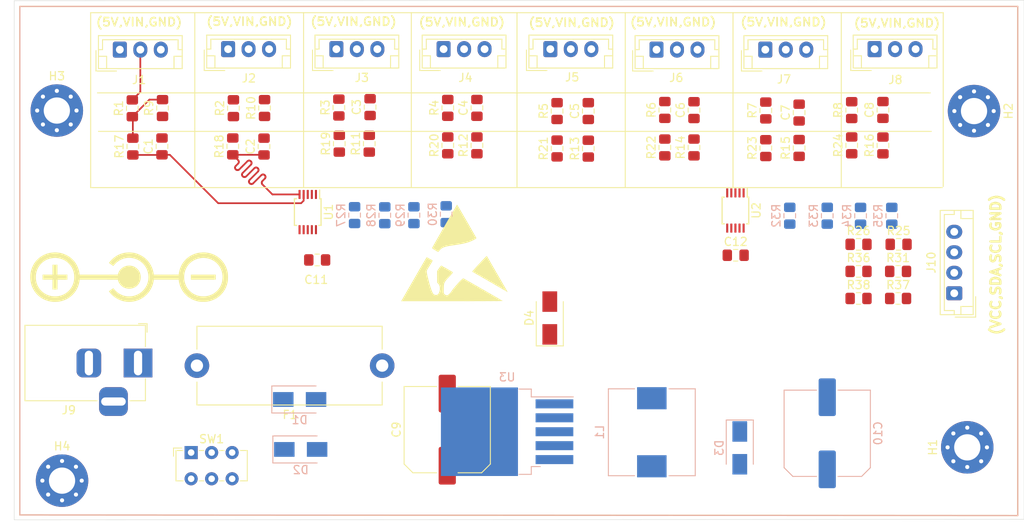
<source format=kicad_pcb>
(kicad_pcb (version 20171130) (host pcbnew "(5.1.2)-2")
  (layers (0 F.Cu signal) (31 B.Cu signal) (34 B.Paste user) (35 F.Paste user) (36 B.SilkS user) (37 F.SilkS user) (38 B.Mask user) (39 F.Mask user) (44 Edge.Cuts user))
  (net 0 "")
  (net 1 GND)
  (net 2 A0)
  (net 3 A1)
  (net 4 A2)
  (net 5 A3)
  (net 6 "Net-(C9-Pad1)")
  (net 7 VCC)
  (net 8 "Net-(D1-Pad2)")
  (net 9 "Net-(D1-Pad1)")
  (net 10 "Net-(D2-Pad2)")
  (net 11 "Net-(F1-Pad1)")
  (net 12 SCL)
  (net 13 SDA)
  (net 14 "Net-(L1-Pad1)")
  (net 15 "Net-(R1-Pad1)")
  (net 16 "Net-(R10-Pad2)")
  (net 17 "Net-(R11-Pad2)")
  (net 18 "Net-(R12-Pad2)")
  (net 19 "Net-(R13-Pad2)")
  (net 20 "Net-(R14-Pad2)")
  (net 21 "Net-(R15-Pad2)")
  (net 22 "Net-(R16-Pad2)")
  (net 23 address)
  (net 24 address1)
  (net 25 "Net-(R37-Pad1)")
  (net 26 "Net-(R38-Pad1)")
  (net 27 "Net-(SW1-Pad6)")
  (net 28 "Net-(SW1-Pad3)")
  (net 29 "Net-(C10-Pad1)")
  (net 30 A4)
  (net 31 A5)
  (net 32 A6)
  (net 33 A7)
  (net 34 "Net-(J1-Pad2)")
  (net 35 "Net-(J2-Pad2)")
  (net 36 "Net-(J3-Pad2)")
  (net 37 "Net-(J4-Pad2)")
  (net 38 "Net-(J5-Pad2)")
  (net 39 "Net-(J6-Pad2)")
  (net 40 "Net-(J7-Pad2)")
  (net 41 "Net-(J8-Pad2)")
  (module Symbol:Polarity_Center_Positive_6mm_SilkScreen (layer F.Cu) (at 108.3945 60.3885 180)
    (fp_text reference REF** hide)
    (fp_text value Polarity_Center_Positive_6mm_SilkScreen hide)
  )
  (module Symbol:ESD-Logo_13.2x12mm_SilkScreen (layer F.Cu) (at 148.082 57.404)
    (fp_text reference REF** hide)
    (fp_text value ESD-Logo_13.2x12mm_SilkScreen hide)
  )
  (module Fuse:Fuseholder_Cylinder-5x20mm_Stelvio-Kontek_PTF78_Horizontal_Open (layer F.Cu) (at 139.2555 71.1835 180)
    (fp_text reference F1 (at 11.25 -6) (layer F.SilkS))
    (fp_text value Fuse)
    (pad 2 thru_hole circle (at 22.6 0 180) (size 3 3) (drill 1.5) (layers *.Cu *.Mask) (net 8 "Net-(D1-Pad2)"))
    (pad 1 thru_hole circle (at 0 0 180) (size 3 3) (drill 1.5) (layers *.Cu *.Mask) (net 11 "Net-(F1-Pad1)"))
  )
  (module Connector_JST:JST_EH_B3B-EH-A_1x03_P2.50mm_Vertical (layer F.Cu) (at 199.3265 32.5755)
    (fp_text reference J8 (at 2.54 3.7465) (layer F.SilkS))
    (fp_text value Conn_01x03)
    (pad 3 thru_hole oval (at 5 0) (size 1.7 1.95) (drill 0.95) (layers *.Cu *.Mask) (net 1 GND))
    (pad 2 thru_hole oval (at 2.5 0) (size 1.7 1.95) (drill 0.95) (layers *.Cu *.Mask) (net 41 "Net-(J8-Pad2)"))
    (pad 1 thru_hole roundrect (at 0 0) (size 1.7 1.95) (drill 0.95) (layers *.Cu *.Mask) (roundrect_rratio 0.147059) (net 7 VCC))
  )
  (module Connector_JST:JST_EH_B3B-EH-A_1x03_P2.50mm_Vertical (layer F.Cu) (at 185.9915 32.639)
    (fp_text reference J7 (at 2.286 3.6195) (layer F.SilkS))
    (fp_text value Conn_01x03)
    (pad 3 thru_hole oval (at 5 0) (size 1.7 1.95) (drill 0.95) (layers *.Cu *.Mask) (net 1 GND))
    (pad 2 thru_hole oval (at 2.5 0) (size 1.7 1.95) (drill 0.95) (layers *.Cu *.Mask) (net 40 "Net-(J7-Pad2)"))
    (pad 1 thru_hole roundrect (at 0 0) (size 1.7 1.95) (drill 0.95) (layers *.Cu *.Mask) (roundrect_rratio 0.147059) (net 7 VCC))
  )
  (module Connector_JST:JST_EH_B3B-EH-A_1x03_P2.50mm_Vertical (layer F.Cu) (at 172.72 32.639)
    (fp_text reference J6 (at 2.413 3.429) (layer F.SilkS))
    (fp_text value Conn_01x03)
    (pad 3 thru_hole oval (at 5 0) (size 1.7 1.95) (drill 0.95) (layers *.Cu *.Mask) (net 1 GND))
    (pad 2 thru_hole oval (at 2.5 0) (size 1.7 1.95) (drill 0.95) (layers *.Cu *.Mask) (net 39 "Net-(J6-Pad2)"))
    (pad 1 thru_hole roundrect (at 0 0) (size 1.7 1.95) (drill 0.95) (layers *.Cu *.Mask) (roundrect_rratio 0.147059) (net 7 VCC))
  )
  (module Connector_JST:JST_EH_B3B-EH-A_1x03_P2.50mm_Vertical (layer F.Cu) (at 159.766 32.5755)
    (fp_text reference J5 (at 2.667 3.429) (layer F.SilkS))
    (fp_text value Conn_01x03)
    (pad 3 thru_hole oval (at 5 0) (size 1.7 1.95) (drill 0.95) (layers *.Cu *.Mask) (net 1 GND))
    (pad 2 thru_hole oval (at 2.5 0) (size 1.7 1.95) (drill 0.95) (layers *.Cu *.Mask) (net 38 "Net-(J5-Pad2)"))
    (pad 1 thru_hole roundrect (at 0 0) (size 1.7 1.95) (drill 0.95) (layers *.Cu *.Mask) (roundrect_rratio 0.147059) (net 7 VCC))
  )
  (module Connector_JST:JST_EH_B3B-EH-A_1x03_P2.50mm_Vertical (layer F.Cu) (at 146.7485 32.5755)
    (fp_text reference J4 (at 2.667 3.4925) (layer F.SilkS))
    (fp_text value Conn_01x03)
    (pad 3 thru_hole oval (at 5 0) (size 1.7 1.95) (drill 0.95) (layers *.Cu *.Mask) (net 1 GND))
    (pad 2 thru_hole oval (at 2.5 0) (size 1.7 1.95) (drill 0.95) (layers *.Cu *.Mask) (net 37 "Net-(J4-Pad2)"))
    (pad 1 thru_hole roundrect (at 0 0) (size 1.7 1.95) (drill 0.95) (layers *.Cu *.Mask) (roundrect_rratio 0.147059) (net 7 VCC))
  )
  (module Connector_JST:JST_EH_B3B-EH-A_1x03_P2.50mm_Vertical (layer F.Cu) (at 133.6675 32.5755)
    (fp_text reference J3 (at 3.1115 3.4925) (layer F.SilkS))
    (fp_text value Conn_01x03)
    (pad 3 thru_hole oval (at 5 0) (size 1.7 1.95) (drill 0.95) (layers *.Cu *.Mask) (net 1 GND))
    (pad 2 thru_hole oval (at 2.5 0) (size 1.7 1.95) (drill 0.95) (layers *.Cu *.Mask) (net 36 "Net-(J3-Pad2)"))
    (pad 1 thru_hole roundrect (at 0 0) (size 1.7 1.95) (drill 0.95) (layers *.Cu *.Mask) (roundrect_rratio 0.147059) (net 7 VCC))
  )
  (module Connector_JST:JST_EH_B3B-EH-A_1x03_P2.50mm_Vertical (layer F.Cu) (at 120.4595 32.5755)
    (fp_text reference J2 (at 2.54 3.556) (layer F.SilkS))
    (fp_text value Conn_01x03)
    (pad 3 thru_hole oval (at 5 0) (size 1.7 1.95) (drill 0.95) (layers *.Cu *.Mask) (net 1 GND))
    (pad 2 thru_hole oval (at 2.5 0) (size 1.7 1.95) (drill 0.95) (layers *.Cu *.Mask) (net 35 "Net-(J2-Pad2)"))
    (pad 1 thru_hole roundrect (at 0 0) (size 1.7 1.95) (drill 0.95) (layers *.Cu *.Mask) (roundrect_rratio 0.147059) (net 7 VCC))
  )
  (module Connector_JST:JST_EH_B3B-EH-A_1x03_P2.50mm_Vertical (layer F.Cu) (at 107.2515 32.639)
    (fp_text reference J1 (at 2.3495 3.683) (layer F.SilkS))
    (fp_text value Conn_01x03)
    (pad 3 thru_hole oval (at 5 0) (size 1.7 1.95) (drill 0.95) (layers *.Cu *.Mask) (net 1 GND))
    (pad 2 thru_hole oval (at 2.5 0) (size 1.7 1.95) (drill 0.95) (layers *.Cu *.Mask) (net 34 "Net-(J1-Pad2)"))
    (pad 1 thru_hole roundrect (at 0 0) (size 1.7 1.95) (drill 0.95) (layers *.Cu *.Mask) (roundrect_rratio 0.147059) (net 7 VCC))
  )
  (module MountingHole:MountingHole_3.2mm_M3_Pad_Via (layer F.Cu) (at 100.203 85.217)
    (fp_text reference H4 (at 0 -4.2) (layer F.SilkS))
    (fp_text value MountingHole_Pad)
    (pad 1 thru_hole circle (at 1.697056 -1.697056) (size 0.8 0.8) (drill 0.5) (layers *.Cu *.Mask) (net 1 GND))
    (pad 1 thru_hole circle (at 0 -2.4) (size 0.8 0.8) (drill 0.5) (layers *.Cu *.Mask) (net 1 GND))
    (pad 1 thru_hole circle (at -1.697056 -1.697056) (size 0.8 0.8) (drill 0.5) (layers *.Cu *.Mask) (net 1 GND))
    (pad 1 thru_hole circle (at -2.4 0) (size 0.8 0.8) (drill 0.5) (layers *.Cu *.Mask) (net 1 GND))
    (pad 1 thru_hole circle (at -1.697056 1.697056) (size 0.8 0.8) (drill 0.5) (layers *.Cu *.Mask) (net 1 GND))
    (pad 1 thru_hole circle (at 0 2.4) (size 0.8 0.8) (drill 0.5) (layers *.Cu *.Mask) (net 1 GND))
    (pad 1 thru_hole circle (at 1.697056 1.697056) (size 0.8 0.8) (drill 0.5) (layers *.Cu *.Mask) (net 1 GND))
    (pad 1 thru_hole circle (at 2.4 0) (size 0.8 0.8) (drill 0.5) (layers *.Cu *.Mask) (net 1 GND))
    (pad 1 thru_hole circle (at 0 0) (size 6.4 6.4) (drill 3.2) (layers *.Cu *.Mask) (net 1 GND))
  )
  (module MountingHole:MountingHole_3.2mm_M3_Pad_Via (layer F.Cu) (at 99.568 40.0685)
    (fp_text reference H3 (at 0 -4.2) (layer F.SilkS))
    (fp_text value MountingHole_Pad)
    (pad 1 thru_hole circle (at 1.697056 -1.697056) (size 0.8 0.8) (drill 0.5) (layers *.Cu *.Mask) (net 1 GND))
    (pad 1 thru_hole circle (at 0 -2.4) (size 0.8 0.8) (drill 0.5) (layers *.Cu *.Mask) (net 1 GND))
    (pad 1 thru_hole circle (at -1.697056 -1.697056) (size 0.8 0.8) (drill 0.5) (layers *.Cu *.Mask) (net 1 GND))
    (pad 1 thru_hole circle (at -2.4 0) (size 0.8 0.8) (drill 0.5) (layers *.Cu *.Mask) (net 1 GND))
    (pad 1 thru_hole circle (at -1.697056 1.697056) (size 0.8 0.8) (drill 0.5) (layers *.Cu *.Mask) (net 1 GND))
    (pad 1 thru_hole circle (at 0 2.4) (size 0.8 0.8) (drill 0.5) (layers *.Cu *.Mask) (net 1 GND))
    (pad 1 thru_hole circle (at 1.697056 1.697056) (size 0.8 0.8) (drill 0.5) (layers *.Cu *.Mask) (net 1 GND))
    (pad 1 thru_hole circle (at 2.4 0) (size 0.8 0.8) (drill 0.5) (layers *.Cu *.Mask) (net 1 GND))
    (pad 1 thru_hole circle (at 0 0) (size 6.4 6.4) (drill 3.2) (layers *.Cu *.Mask) (net 1 GND))
  )
  (module MountingHole:MountingHole_3.2mm_M3_Pad_Via (layer F.Cu) (at 211.455 40.132 270)
    (fp_text reference H2 (at 0 -4.2 90) (layer F.SilkS))
    (fp_text value MountingHole_Pad)
    (pad 1 thru_hole circle (at 1.697056 -1.697056 270) (size 0.8 0.8) (drill 0.5) (layers *.Cu *.Mask) (net 1 GND))
    (pad 1 thru_hole circle (at 0 -2.4 270) (size 0.8 0.8) (drill 0.5) (layers *.Cu *.Mask) (net 1 GND))
    (pad 1 thru_hole circle (at -1.697056 -1.697056 270) (size 0.8 0.8) (drill 0.5) (layers *.Cu *.Mask) (net 1 GND))
    (pad 1 thru_hole circle (at -2.4 0 270) (size 0.8 0.8) (drill 0.5) (layers *.Cu *.Mask) (net 1 GND))
    (pad 1 thru_hole circle (at -1.697056 1.697056 270) (size 0.8 0.8) (drill 0.5) (layers *.Cu *.Mask) (net 1 GND))
    (pad 1 thru_hole circle (at 0 2.4 270) (size 0.8 0.8) (drill 0.5) (layers *.Cu *.Mask) (net 1 GND))
    (pad 1 thru_hole circle (at 1.697056 1.697056 270) (size 0.8 0.8) (drill 0.5) (layers *.Cu *.Mask) (net 1 GND))
    (pad 1 thru_hole circle (at 2.4 0 270) (size 0.8 0.8) (drill 0.5) (layers *.Cu *.Mask) (net 1 GND))
    (pad 1 thru_hole circle (at 0 0 270) (size 6.4 6.4) (drill 3.2) (layers *.Cu *.Mask) (net 1 GND))
  )
  (module MountingHole:MountingHole_3.2mm_M3_Pad_Via (layer F.Cu) (at 210.6295 81.153 90)
    (fp_text reference H1 (at 0 -4.2 90) (layer F.SilkS))
    (fp_text value MountingHole_Pad)
    (pad 1 thru_hole circle (at 1.697056 -1.697056 90) (size 0.8 0.8) (drill 0.5) (layers *.Cu *.Mask) (net 1 GND))
    (pad 1 thru_hole circle (at 0 -2.4 90) (size 0.8 0.8) (drill 0.5) (layers *.Cu *.Mask) (net 1 GND))
    (pad 1 thru_hole circle (at -1.697056 -1.697056 90) (size 0.8 0.8) (drill 0.5) (layers *.Cu *.Mask) (net 1 GND))
    (pad 1 thru_hole circle (at -2.4 0 90) (size 0.8 0.8) (drill 0.5) (layers *.Cu *.Mask) (net 1 GND))
    (pad 1 thru_hole circle (at -1.697056 1.697056 90) (size 0.8 0.8) (drill 0.5) (layers *.Cu *.Mask) (net 1 GND))
    (pad 1 thru_hole circle (at 0 2.4 90) (size 0.8 0.8) (drill 0.5) (layers *.Cu *.Mask) (net 1 GND))
    (pad 1 thru_hole circle (at 1.697056 1.697056 90) (size 0.8 0.8) (drill 0.5) (layers *.Cu *.Mask) (net 1 GND))
    (pad 1 thru_hole circle (at 2.4 0 90) (size 0.8 0.8) (drill 0.5) (layers *.Cu *.Mask) (net 1 GND))
    (pad 1 thru_hole circle (at 0 0 90) (size 6.4 6.4) (drill 3.2) (layers *.Cu *.Mask) (net 1 GND))
  )
  (module Diode_SMD:D_SMA (layer F.Cu) (at 159.7025 65.373 90)
    (fp_text reference D4 (at 0 -2.5 90) (layer F.SilkS))
    (fp_text value DIODE)
    (pad 2 smd rect (at 2 0 90) (size 2.5 1.8) (layers F.Cu F.Paste F.Mask) (net 7 VCC))
    (pad 1 smd rect (at -2 0 90) (size 2.5 1.8) (layers F.Cu F.Paste F.Mask) (net 29 "Net-(C10-Pad1)"))
  )
  (module Package_TO_SOT_SMD:TO-263-5_TabPin3 (layer B.Cu) (at 154.4955 79.248 180)
    (fp_text reference U3 (at 0 6.65) (layer B.SilkS) (effects (justify mirror)))
    (fp_text value LM2596S-5)
    (pad 3 smd rect (at 3.375 0 180) (size 9.4 10.8) (layers B.Cu B.Mask) (net 1 GND))
    (pad 5 smd rect (at -5.775 -3.4 180) (size 4.6 1.1) (layers B.Cu B.Paste B.Mask) (net 1 GND))
    (pad 4 smd rect (at -5.775 -1.7 180) (size 4.6 1.1) (layers B.Cu B.Paste B.Mask) (net 29 "Net-(C10-Pad1)"))
    (pad 3 smd rect (at -5.775 0 180) (size 4.6 1.1) (layers B.Cu B.Paste B.Mask) (net 1 GND))
    (pad 2 smd rect (at -5.775 1.7 180) (size 4.6 1.1) (layers B.Cu B.Paste B.Mask) (net 14 "Net-(L1-Pad1)"))
    (pad 1 smd rect (at -5.775 3.4 180) (size 4.6 1.1) (layers B.Cu B.Paste B.Mask) (net 6 "Net-(C9-Pad1)"))
  )
  (module Connector_BarrelJack:BarrelJack_Horizontal (layer F.Cu) (at 109.474 70.866)
    (fp_text reference J9 (at -8.45 5.75) (layer F.SilkS))
    (fp_text value Barrel_Jack)
    (pad 3 thru_hole roundrect (at -3 4.7) (size 3.5 3.5) (drill oval 3 1) (layers *.Cu *.Mask))
    (pad 2 thru_hole roundrect (at -6 0) (size 3 3.5) (drill oval 1 3) (layers *.Cu *.Mask) (net 10 "Net-(D2-Pad2)"))
    (pad 1 thru_hole rect (at 0 0) (size 3.5 3.5) (drill oval 1 3) (layers *.Cu *.Mask) (net 9 "Net-(D1-Pad1)"))
  )
  (module Package_SO:TSSOP-10_3x3mm_P0.5mm (layer F.Cu) (at 182.3466 52.2605 270)
    (fp_text reference U2 (at 0 -2.55 90) (layer F.SilkS))
    (fp_text value ADS1115IDGS)
    (pad 10 smd rect (at 2.15 -1 270) (size 1.1 0.25) (layers F.Cu F.Paste F.Mask) (net 12 SCL))
    (pad 9 smd rect (at 2.15 -0.5 270) (size 1.1 0.25) (layers F.Cu F.Paste F.Mask) (net 13 SDA))
    (pad 8 smd rect (at 2.15 0 270) (size 1.1 0.25) (layers F.Cu F.Paste F.Mask) (net 7 VCC))
    (pad 7 smd rect (at 2.15 0.5 270) (size 1.1 0.25) (layers F.Cu F.Paste F.Mask) (net 33 A7))
    (pad 6 smd rect (at 2.15 1 270) (size 1.1 0.25) (layers F.Cu F.Paste F.Mask) (net 32 A6))
    (pad 5 smd rect (at -2.15 1 270) (size 1.1 0.25) (layers F.Cu F.Paste F.Mask) (net 31 A5))
    (pad 4 smd rect (at -2.15 0.5 270) (size 1.1 0.25) (layers F.Cu F.Paste F.Mask) (net 30 A4))
    (pad 3 smd rect (at -2.15 0 270) (size 1.1 0.25) (layers F.Cu F.Paste F.Mask) (net 1 GND))
    (pad 2 smd rect (at -2.15 -0.5 270) (size 1.1 0.25) (layers F.Cu F.Paste F.Mask) (net 26 "Net-(R38-Pad1)"))
    (pad 1 smd rect (at -2.15 -1 270) (size 1.1 0.25) (layers F.Cu F.Paste F.Mask) (net 24 address1))
  )
  (module Package_SO:TSSOP-10_3x3mm_P0.5mm (layer F.Cu) (at 130.175 52.451 270)
    (fp_text reference U1 (at 0 -2.55 90) (layer F.SilkS))
    (fp_text value ADS1115IDGS)
    (pad 10 smd rect (at 2.15 -1 270) (size 1.1 0.25) (layers F.Cu F.Paste F.Mask) (net 12 SCL))
    (pad 9 smd rect (at 2.15 -0.5 270) (size 1.1 0.25) (layers F.Cu F.Paste F.Mask) (net 13 SDA))
    (pad 8 smd rect (at 2.15 0 270) (size 1.1 0.25) (layers F.Cu F.Paste F.Mask) (net 7 VCC))
    (pad 7 smd rect (at 2.15 0.5 270) (size 1.1 0.25) (layers F.Cu F.Paste F.Mask) (net 5 A3))
    (pad 6 smd rect (at 2.15 1 270) (size 1.1 0.25) (layers F.Cu F.Paste F.Mask) (net 4 A2))
    (pad 5 smd rect (at -2.15 1 270) (size 1.1 0.25) (layers F.Cu F.Paste F.Mask) (net 3 A1))
    (pad 4 smd rect (at -2.15 0.5 270) (size 1.1 0.25) (layers F.Cu F.Paste F.Mask) (net 2 A0))
    (pad 3 smd rect (at -2.15 0 270) (size 1.1 0.25) (layers F.Cu F.Paste F.Mask) (net 1 GND))
    (pad 2 smd rect (at -2.15 -0.5 270) (size 1.1 0.25) (layers F.Cu F.Paste F.Mask) (net 25 "Net-(R37-Pad1)"))
    (pad 1 smd rect (at -2.15 -1 270) (size 1.1 0.25) (layers F.Cu F.Paste F.Mask) (net 23 address))
  )
  (module Button_Switch_THT:SW_E-Switch_EG1271_DPDT (layer F.Cu) (at 115.951 81.788)
    (fp_text reference SW1 (at 2.5 -1.65) (layer F.SilkS))
    (fp_text value SW_DPDT_x2)
    (pad 6 thru_hole circle (at 5 3.2) (size 1.6 1.6) (drill 0.8) (layers *.Cu *.Mask) (net 27 "Net-(SW1-Pad6)"))
    (pad 5 thru_hole circle (at 2.5 3.2) (size 1.6 1.6) (drill 0.8) (layers *.Cu *.Mask) (net 11 "Net-(F1-Pad1)"))
    (pad 4 thru_hole circle (at 0 3.2) (size 1.6 1.6) (drill 0.8) (layers *.Cu *.Mask) (net 6 "Net-(C9-Pad1)"))
    (pad 3 thru_hole circle (at 5 0) (size 1.6 1.6) (drill 0.8) (layers *.Cu *.Mask) (net 28 "Net-(SW1-Pad3)"))
    (pad 2 thru_hole circle (at 2.5 0) (size 1.6 1.6) (drill 0.8) (layers *.Cu *.Mask) (net 10 "Net-(D2-Pad2)"))
    (pad 1 thru_hole rect (at 0 0) (size 1.6 1.6) (drill 0.8) (layers *.Cu *.Mask) (net 1 GND))
  )
  (module Resistor_SMD:R_0805_2012Metric_Pad1.15x1.40mm_HandSolder (layer F.Cu) (at 197.367 62.992)
    (fp_text reference R38 (at 0 -1.65) (layer F.SilkS))
    (fp_text value R_Small)
    (pad 2 smd roundrect (at 1.025 0) (size 1.15 1.4) (layers F.Cu F.Paste F.Mask) (roundrect_rratio 0.217391) (net 7 VCC))
    (pad 1 smd roundrect (at -1.025 0) (size 1.15 1.4) (layers F.Cu F.Paste F.Mask) (roundrect_rratio 0.217391) (net 26 "Net-(R38-Pad1)"))
  )
  (module Resistor_SMD:R_0805_2012Metric_Pad1.15x1.40mm_HandSolder (layer F.Cu) (at 202.193 62.992)
    (fp_text reference R37 (at 0 -1.65) (layer F.SilkS))
    (fp_text value R_Small)
    (pad 2 smd roundrect (at 1.025 0) (size 1.15 1.4) (layers F.Cu F.Paste F.Mask) (roundrect_rratio 0.217391) (net 7 VCC))
    (pad 1 smd roundrect (at -1.025 0) (size 1.15 1.4) (layers F.Cu F.Paste F.Mask) (roundrect_rratio 0.217391) (net 25 "Net-(R37-Pad1)"))
  )
  (module Resistor_SMD:R_0805_2012Metric_Pad1.15x1.40mm_HandSolder (layer F.Cu) (at 197.367 59.69)
    (fp_text reference R36 (at 0 -1.65) (layer F.SilkS))
    (fp_text value R_Small)
    (pad 2 smd roundrect (at 1.025 0) (size 1.15 1.4) (layers F.Cu F.Paste F.Mask) (roundrect_rratio 0.217391) (net 7 VCC))
    (pad 1 smd roundrect (at -1.025 0) (size 1.15 1.4) (layers F.Cu F.Paste F.Mask) (roundrect_rratio 0.217391) (net 13 SDA))
  )
  (module Resistor_SMD:R_0805_2012Metric_Pad1.15x1.40mm_HandSolder (layer B.Cu) (at 201.422 52.9045 270)
    (fp_text reference R35 (at 0 1.65 270) (layer B.SilkS) (effects (justify mirror)))
    (fp_text value R_Small)
    (pad 2 smd roundrect (at 1.025 0 270) (size 1.15 1.4) (layers B.Cu B.Paste B.Mask) (roundrect_rratio 0.217391) (net 1 GND))
    (pad 1 smd roundrect (at -1.025 0 270) (size 1.15 1.4) (layers B.Cu B.Paste B.Mask) (roundrect_rratio 0.217391) (net 24 address1))
  )
  (module Resistor_SMD:R_0805_2012Metric_Pad1.15x1.40mm_HandSolder (layer B.Cu) (at 197.612 52.9045 270)
    (fp_text reference R34 (at 0 1.65 270) (layer B.SilkS) (effects (justify mirror)))
    (fp_text value R_Small)
    (pad 2 smd roundrect (at 1.025 0 270) (size 1.15 1.4) (layers B.Cu B.Paste B.Mask) (roundrect_rratio 0.217391) (net 13 SDA))
    (pad 1 smd roundrect (at -1.025 0 270) (size 1.15 1.4) (layers B.Cu B.Paste B.Mask) (roundrect_rratio 0.217391) (net 24 address1))
  )
  (module Resistor_SMD:R_0805_2012Metric_Pad1.15x1.40mm_HandSolder (layer B.Cu) (at 193.548 52.8955 270)
    (fp_text reference R33 (at 0 1.65 270) (layer B.SilkS) (effects (justify mirror)))
    (fp_text value R_Small)
    (pad 2 smd roundrect (at 1.025 0 270) (size 1.15 1.4) (layers B.Cu B.Paste B.Mask) (roundrect_rratio 0.217391) (net 12 SCL))
    (pad 1 smd roundrect (at -1.025 0 270) (size 1.15 1.4) (layers B.Cu B.Paste B.Mask) (roundrect_rratio 0.217391) (net 24 address1))
  )
  (module Resistor_SMD:R_0805_2012Metric_Pad1.15x1.40mm_HandSolder (layer B.Cu) (at 188.976 52.8955 270)
    (fp_text reference R32 (at 0 1.65 270) (layer B.SilkS) (effects (justify mirror)))
    (fp_text value R_Small)
    (pad 2 smd roundrect (at 1.025 0 270) (size 1.15 1.4) (layers B.Cu B.Paste B.Mask) (roundrect_rratio 0.217391) (net 7 VCC))
    (pad 1 smd roundrect (at -1.025 0 270) (size 1.15 1.4) (layers B.Cu B.Paste B.Mask) (roundrect_rratio 0.217391) (net 24 address1))
  )
  (module Resistor_SMD:R_0805_2012Metric_Pad1.15x1.40mm_HandSolder (layer F.Cu) (at 202.193 59.69)
    (fp_text reference R31 (at 0 -1.65) (layer F.SilkS))
    (fp_text value R_Small)
    (pad 2 smd roundrect (at 1.025 0) (size 1.15 1.4) (layers F.Cu F.Paste F.Mask) (roundrect_rratio 0.217391) (net 7 VCC))
    (pad 1 smd roundrect (at -1.025 0) (size 1.15 1.4) (layers F.Cu F.Paste F.Mask) (roundrect_rratio 0.217391) (net 13 SDA))
  )
  (module Resistor_SMD:R_0805_2012Metric_Pad1.15x1.40mm_HandSolder (layer B.Cu) (at 147.066 52.714 270)
    (fp_text reference R30 (at 0 1.65 270) (layer B.SilkS) (effects (justify mirror)))
    (fp_text value R_Small)
    (pad 2 smd roundrect (at 1.025 0 270) (size 1.15 1.4) (layers B.Cu B.Paste B.Mask) (roundrect_rratio 0.217391) (net 1 GND))
    (pad 1 smd roundrect (at -1.025 0 270) (size 1.15 1.4) (layers B.Cu B.Paste B.Mask) (roundrect_rratio 0.217391) (net 23 address))
  )
  (module Resistor_SMD:R_0805_2012Metric_Pad1.15x1.40mm_HandSolder (layer B.Cu) (at 143.129 52.832 270)
    (fp_text reference R29 (at 0 1.65 270) (layer B.SilkS) (effects (justify mirror)))
    (fp_text value R_Small)
    (pad 2 smd roundrect (at 1.025 0 270) (size 1.15 1.4) (layers B.Cu B.Paste B.Mask) (roundrect_rratio 0.217391) (net 13 SDA))
    (pad 1 smd roundrect (at -1.025 0 270) (size 1.15 1.4) (layers B.Cu B.Paste B.Mask) (roundrect_rratio 0.217391) (net 23 address))
  )
  (module Resistor_SMD:R_0805_2012Metric_Pad1.15x1.40mm_HandSolder (layer B.Cu) (at 139.573 52.841 270)
    (fp_text reference R28 (at 0 1.65 270) (layer B.SilkS) (effects (justify mirror)))
    (fp_text value R_Small)
    (pad 2 smd roundrect (at 1.025 0 270) (size 1.15 1.4) (layers B.Cu B.Paste B.Mask) (roundrect_rratio 0.217391) (net 12 SCL))
    (pad 1 smd roundrect (at -1.025 0 270) (size 1.15 1.4) (layers B.Cu B.Paste B.Mask) (roundrect_rratio 0.217391) (net 23 address))
  )
  (module Resistor_SMD:R_0805_2012Metric_Pad1.15x1.40mm_HandSolder (layer B.Cu) (at 135.89 52.823 270)
    (fp_text reference R27 (at 0 1.65 270) (layer B.SilkS) (effects (justify mirror)))
    (fp_text value R_Small)
    (pad 2 smd roundrect (at 1.025 0 270) (size 1.15 1.4) (layers B.Cu B.Paste B.Mask) (roundrect_rratio 0.217391) (net 7 VCC))
    (pad 1 smd roundrect (at -1.025 0 270) (size 1.15 1.4) (layers B.Cu B.Paste B.Mask) (roundrect_rratio 0.217391) (net 23 address))
  )
  (module Resistor_SMD:R_0805_2012Metric_Pad1.15x1.40mm_HandSolder (layer F.Cu) (at 197.367 56.388)
    (fp_text reference R26 (at 0 -1.65) (layer F.SilkS))
    (fp_text value R_Small)
    (pad 2 smd roundrect (at 1.025 0) (size 1.15 1.4) (layers F.Cu F.Paste F.Mask) (roundrect_rratio 0.217391) (net 7 VCC))
    (pad 1 smd roundrect (at -1.025 0) (size 1.15 1.4) (layers F.Cu F.Paste F.Mask) (roundrect_rratio 0.217391) (net 12 SCL))
  )
  (module Resistor_SMD:R_0805_2012Metric_Pad1.15x1.40mm_HandSolder (layer F.Cu) (at 202.2552 56.388)
    (fp_text reference R25 (at 0 -1.65) (layer F.SilkS))
    (fp_text value R_Small)
    (pad 2 smd roundrect (at 1.025 0) (size 1.15 1.4) (layers F.Cu F.Paste F.Mask) (roundrect_rratio 0.217391) (net 7 VCC))
    (pad 1 smd roundrect (at -1.025 0) (size 1.15 1.4) (layers F.Cu F.Paste F.Mask) (roundrect_rratio 0.217391) (net 12 SCL))
  )
  (module Resistor_SMD:R_0805_2012Metric_Pad1.15x1.40mm_HandSolder (layer F.Cu) (at 196.5325 44.314 90)
    (fp_text reference R24 (at 0 -1.65 90) (layer F.SilkS))
    (fp_text value R_Small)
    (pad 2 smd roundrect (at 1.025 0 90) (size 1.15 1.4) (layers F.Cu F.Paste F.Mask) (roundrect_rratio 0.217391) (net 22 "Net-(R16-Pad2)"))
    (pad 1 smd roundrect (at -1.025 0 90) (size 1.15 1.4) (layers F.Cu F.Paste F.Mask) (roundrect_rratio 0.217391) (net 33 A7))
  )
  (module Resistor_SMD:R_0805_2012Metric_Pad1.15x1.40mm_HandSolder (layer F.Cu) (at 186.055 44.6495 90)
    (fp_text reference R23 (at 0 -1.65 90) (layer F.SilkS))
    (fp_text value R_Small)
    (pad 2 smd roundrect (at 1.025 0 90) (size 1.15 1.4) (layers F.Cu F.Paste F.Mask) (roundrect_rratio 0.217391) (net 21 "Net-(R15-Pad2)"))
    (pad 1 smd roundrect (at -1.025 0 90) (size 1.15 1.4) (layers F.Cu F.Paste F.Mask) (roundrect_rratio 0.217391) (net 32 A6))
  )
  (module Resistor_SMD:R_0805_2012Metric_Pad1.15x1.40mm_HandSolder (layer F.Cu) (at 173.736 44.568 90)
    (fp_text reference R22 (at 0 -1.65 90) (layer F.SilkS))
    (fp_text value R_Small)
    (pad 2 smd roundrect (at 1.025 0 90) (size 1.15 1.4) (layers F.Cu F.Paste F.Mask) (roundrect_rratio 0.217391) (net 20 "Net-(R14-Pad2)"))
    (pad 1 smd roundrect (at -1.025 0 90) (size 1.15 1.4) (layers F.Cu F.Paste F.Mask) (roundrect_rratio 0.217391) (net 31 A5))
  )
  (module Resistor_SMD:R_0805_2012Metric_Pad1.15x1.40mm_HandSolder (layer F.Cu) (at 160.5915 44.695 90)
    (fp_text reference R21 (at 0 -1.65 90) (layer F.SilkS))
    (fp_text value R_Small)
    (pad 2 smd roundrect (at 1.025 0 90) (size 1.15 1.4) (layers F.Cu F.Paste F.Mask) (roundrect_rratio 0.217391) (net 19 "Net-(R13-Pad2)"))
    (pad 1 smd roundrect (at -1.025 0 90) (size 1.15 1.4) (layers F.Cu F.Paste F.Mask) (roundrect_rratio 0.217391) (net 30 A4))
  )
  (module Resistor_SMD:R_0805_2012Metric_Pad1.15x1.40mm_HandSolder (layer F.Cu) (at 147.2565 44.314 90)
    (fp_text reference R20 (at 0 -1.65 90) (layer F.SilkS))
    (fp_text value R_Small)
    (pad 2 smd roundrect (at 1.025 0 90) (size 1.15 1.4) (layers F.Cu F.Paste F.Mask) (roundrect_rratio 0.217391) (net 18 "Net-(R12-Pad2)"))
    (pad 1 smd roundrect (at -1.025 0 90) (size 1.15 1.4) (layers F.Cu F.Paste F.Mask) (roundrect_rratio 0.217391) (net 5 A3))
  )
  (module Resistor_SMD:R_0805_2012Metric_Pad1.15x1.40mm_HandSolder (layer F.Cu) (at 134.0231 44.1108 90)
    (fp_text reference R19 (at 0 -1.65 90) (layer F.SilkS))
    (fp_text value R_Small)
    (pad 2 smd roundrect (at 1.025 0 90) (size 1.15 1.4) (layers F.Cu F.Paste F.Mask) (roundrect_rratio 0.217391) (net 17 "Net-(R11-Pad2)"))
    (pad 1 smd roundrect (at -1.025 0 90) (size 1.15 1.4) (layers F.Cu F.Paste F.Mask) (roundrect_rratio 0.217391) (net 4 A2))
  )
  (module Resistor_SMD:R_0805_2012Metric_Pad1.15x1.40mm_HandSolder (layer F.Cu) (at 121.031 44.441 90)
    (fp_text reference R18 (at 0 -1.65 90) (layer F.SilkS))
    (fp_text value R_Small)
    (pad 2 smd roundrect (at 1.025 0 90) (size 1.15 1.4) (layers F.Cu F.Paste F.Mask) (roundrect_rratio 0.217391) (net 16 "Net-(R10-Pad2)"))
    (pad 1 smd roundrect (at -1.025 0 90) (size 1.15 1.4) (layers F.Cu F.Paste F.Mask) (roundrect_rratio 0.217391) (net 3 A1))
  )
  (module Resistor_SMD:R_0805_2012Metric_Pad1.15x1.40mm_HandSolder (layer F.Cu) (at 108.839 44.459 90)
    (fp_text reference R17 (at 0 -1.65 90) (layer F.SilkS))
    (fp_text value 2.2K)
    (pad 2 smd roundrect (at 1.025 0 90) (size 1.15 1.4) (layers F.Cu F.Paste F.Mask) (roundrect_rratio 0.217391) (net 15 "Net-(R1-Pad1)"))
    (pad 1 smd roundrect (at -1.025 0 90) (size 1.15 1.4) (layers F.Cu F.Paste F.Mask) (roundrect_rratio 0.217391) (net 2 A0))
  )
  (module Resistor_SMD:R_0805_2012Metric_Pad1.15x1.40mm_HandSolder (layer F.Cu) (at 200.3425 44.323 90)
    (fp_text reference R16 (at 0 -1.65 90) (layer F.SilkS))
    (fp_text value R_Small)
    (pad 2 smd roundrect (at 1.025 0 90) (size 1.15 1.4) (layers F.Cu F.Paste F.Mask) (roundrect_rratio 0.217391) (net 22 "Net-(R16-Pad2)"))
    (pad 1 smd roundrect (at -1.025 0 90) (size 1.15 1.4) (layers F.Cu F.Paste F.Mask) (roundrect_rratio 0.217391) (net 1 GND))
  )
  (module Resistor_SMD:R_0805_2012Metric_Pad1.15x1.40mm_HandSolder (layer F.Cu) (at 190.119 44.6315 90)
    (fp_text reference R15 (at 0 -1.65 90) (layer F.SilkS))
    (fp_text value R_Small)
    (pad 2 smd roundrect (at 1.025 0 90) (size 1.15 1.4) (layers F.Cu F.Paste F.Mask) (roundrect_rratio 0.217391) (net 21 "Net-(R15-Pad2)"))
    (pad 1 smd roundrect (at -1.025 0 90) (size 1.15 1.4) (layers F.Cu F.Paste F.Mask) (roundrect_rratio 0.217391) (net 1 GND))
  )
  (module Resistor_SMD:R_0805_2012Metric_Pad1.15x1.40mm_HandSolder (layer F.Cu) (at 177.292 44.568 90)
    (fp_text reference R14 (at 0 -1.65 90) (layer F.SilkS))
    (fp_text value R_Small)
    (pad 2 smd roundrect (at 1.025 0 90) (size 1.15 1.4) (layers F.Cu F.Paste F.Mask) (roundrect_rratio 0.217391) (net 20 "Net-(R14-Pad2)"))
    (pad 1 smd roundrect (at -1.025 0 90) (size 1.15 1.4) (layers F.Cu F.Paste F.Mask) (roundrect_rratio 0.217391) (net 1 GND))
  )
  (module Resistor_SMD:R_0805_2012Metric_Pad1.15x1.40mm_HandSolder (layer F.Cu) (at 164.4015 44.713 90)
    (fp_text reference R13 (at 0 -1.65 90) (layer F.SilkS))
    (fp_text value R_Small)
    (pad 2 smd roundrect (at 1.025 0 90) (size 1.15 1.4) (layers F.Cu F.Paste F.Mask) (roundrect_rratio 0.217391) (net 19 "Net-(R13-Pad2)"))
    (pad 1 smd roundrect (at -1.025 0 90) (size 1.15 1.4) (layers F.Cu F.Paste F.Mask) (roundrect_rratio 0.217391) (net 1 GND))
  )
  (module Resistor_SMD:R_0805_2012Metric_Pad1.15x1.40mm_HandSolder (layer F.Cu) (at 150.8125 44.314 90)
    (fp_text reference R12 (at 0 -1.65 90) (layer F.SilkS))
    (fp_text value R_Small)
    (pad 2 smd roundrect (at 1.025 0 90) (size 1.15 1.4) (layers F.Cu F.Paste F.Mask) (roundrect_rratio 0.217391) (net 18 "Net-(R12-Pad2)"))
    (pad 1 smd roundrect (at -1.025 0 90) (size 1.15 1.4) (layers F.Cu F.Paste F.Mask) (roundrect_rratio 0.217391) (net 1 GND))
  )
  (module Resistor_SMD:R_0805_2012Metric_Pad1.15x1.40mm_HandSolder (layer F.Cu) (at 137.6807 44.1108 90)
    (fp_text reference R11 (at 0 -1.65 90) (layer F.SilkS))
    (fp_text value R_Small)
    (pad 2 smd roundrect (at 1.025 0 90) (size 1.15 1.4) (layers F.Cu F.Paste F.Mask) (roundrect_rratio 0.217391) (net 17 "Net-(R11-Pad2)"))
    (pad 1 smd roundrect (at -1.025 0 90) (size 1.15 1.4) (layers F.Cu F.Paste F.Mask) (roundrect_rratio 0.217391) (net 1 GND))
  )
  (module Resistor_SMD:R_0805_2012Metric_Pad1.15x1.40mm_HandSolder (layer F.Cu) (at 124.9045 39.76 90)
    (fp_text reference R10 (at 0 -1.65 90) (layer F.SilkS))
    (fp_text value R_Small)
    (pad 2 smd roundrect (at 1.025 0 90) (size 1.15 1.4) (layers F.Cu F.Paste F.Mask) (roundrect_rratio 0.217391) (net 16 "Net-(R10-Pad2)"))
    (pad 1 smd roundrect (at -1.025 0 90) (size 1.15 1.4) (layers F.Cu F.Paste F.Mask) (roundrect_rratio 0.217391) (net 1 GND))
  )
  (module Resistor_SMD:R_0805_2012Metric_Pad1.15x1.40mm_HandSolder (layer F.Cu) (at 112.4585 39.76 90)
    (fp_text reference R9 (at 0 -1.65 90) (layer F.SilkS))
    (fp_text value 100)
    (pad 2 smd roundrect (at 1.025 0 90) (size 1.15 1.4) (layers F.Cu F.Paste F.Mask) (roundrect_rratio 0.217391) (net 15 "Net-(R1-Pad1)"))
    (pad 1 smd roundrect (at -1.025 0 90) (size 1.15 1.4) (layers F.Cu F.Paste F.Mask) (roundrect_rratio 0.217391) (net 1 GND))
  )
  (module Resistor_SMD:R_0805_2012Metric_Pad1.15x1.40mm_HandSolder (layer F.Cu) (at 196.5325 40.014 90)
    (fp_text reference R8 (at 0 -1.65 90) (layer F.SilkS))
    (fp_text value R_Small)
    (pad 2 smd roundrect (at 1.025 0 90) (size 1.15 1.4) (layers F.Cu F.Paste F.Mask) (roundrect_rratio 0.217391) (net 41 "Net-(J8-Pad2)"))
    (pad 1 smd roundrect (at -1.025 0 90) (size 1.15 1.4) (layers F.Cu F.Paste F.Mask) (roundrect_rratio 0.217391) (net 22 "Net-(R16-Pad2)"))
  )
  (module Resistor_SMD:R_0805_2012Metric_Pad1.15x1.40mm_HandSolder (layer F.Cu) (at 186.055 40.0595 90)
    (fp_text reference R7 (at 0 -1.65 90) (layer F.SilkS))
    (fp_text value R_Small)
    (pad 2 smd roundrect (at 1.025 0 90) (size 1.15 1.4) (layers F.Cu F.Paste F.Mask) (roundrect_rratio 0.217391) (net 40 "Net-(J7-Pad2)"))
    (pad 1 smd roundrect (at -1.025 0 90) (size 1.15 1.4) (layers F.Cu F.Paste F.Mask) (roundrect_rratio 0.217391) (net 21 "Net-(R15-Pad2)"))
  )
  (module Resistor_SMD:R_0805_2012Metric_Pad1.15x1.40mm_HandSolder (layer F.Cu) (at 173.736 39.996 90)
    (fp_text reference R6 (at 0 -1.65 90) (layer F.SilkS))
    (fp_text value R_Small)
    (pad 2 smd roundrect (at 1.025 0 90) (size 1.15 1.4) (layers F.Cu F.Paste F.Mask) (roundrect_rratio 0.217391) (net 39 "Net-(J6-Pad2)"))
    (pad 1 smd roundrect (at -1.025 0 90) (size 1.15 1.4) (layers F.Cu F.Paste F.Mask) (roundrect_rratio 0.217391) (net 20 "Net-(R14-Pad2)"))
  )
  (module Resistor_SMD:R_0805_2012Metric_Pad1.15x1.40mm_HandSolder (layer F.Cu) (at 160.5915 40.132 90)
    (fp_text reference R5 (at 0 -1.65 90) (layer F.SilkS))
    (fp_text value R_Small)
    (pad 2 smd roundrect (at 1.025 0 90) (size 1.15 1.4) (layers F.Cu F.Paste F.Mask) (roundrect_rratio 0.217391) (net 38 "Net-(J5-Pad2)"))
    (pad 1 smd roundrect (at -1.025 0 90) (size 1.15 1.4) (layers F.Cu F.Paste F.Mask) (roundrect_rratio 0.217391) (net 19 "Net-(R13-Pad2)"))
  )
  (module Resistor_SMD:R_0805_2012Metric_Pad1.15x1.40mm_HandSolder (layer F.Cu) (at 147.2565 39.742 90)
    (fp_text reference R4 (at 0 -1.65 90) (layer F.SilkS))
    (fp_text value R_Small)
    (pad 2 smd roundrect (at 1.025 0 90) (size 1.15 1.4) (layers F.Cu F.Paste F.Mask) (roundrect_rratio 0.217391) (net 37 "Net-(J4-Pad2)"))
    (pad 1 smd roundrect (at -1.025 0 90) (size 1.15 1.4) (layers F.Cu F.Paste F.Mask) (roundrect_rratio 0.217391) (net 18 "Net-(R12-Pad2)"))
  )
  (module Resistor_SMD:R_0805_2012Metric_Pad1.15x1.40mm_HandSolder (layer F.Cu) (at 133.9723 39.7002 90)
    (fp_text reference R3 (at 0 -1.65 90) (layer F.SilkS))
    (fp_text value R_Small)
    (pad 2 smd roundrect (at 1.025 0 90) (size 1.15 1.4) (layers F.Cu F.Paste F.Mask) (roundrect_rratio 0.217391) (net 36 "Net-(J3-Pad2)"))
    (pad 1 smd roundrect (at -1.025 0 90) (size 1.15 1.4) (layers F.Cu F.Paste F.Mask) (roundrect_rratio 0.217391) (net 17 "Net-(R11-Pad2)"))
  )
  (module Resistor_SMD:R_0805_2012Metric_Pad1.15x1.40mm_HandSolder (layer F.Cu) (at 121.1072 39.7801 90)
    (fp_text reference R2 (at 0 -1.65 90) (layer F.SilkS))
    (fp_text value R_Small)
    (pad 2 smd roundrect (at 1.025 0 90) (size 1.15 1.4) (layers F.Cu F.Paste F.Mask) (roundrect_rratio 0.217391) (net 35 "Net-(J2-Pad2)"))
    (pad 1 smd roundrect (at -1.025 0 90) (size 1.15 1.4) (layers F.Cu F.Paste F.Mask) (roundrect_rratio 0.217391) (net 16 "Net-(R10-Pad2)"))
  )
  (module Resistor_SMD:R_0805_2012Metric_Pad1.15x1.40mm_HandSolder (layer F.Cu) (at 108.7755 39.7928 90)
    (fp_text reference R1 (at 0 -1.65 90) (layer F.SilkS))
    (fp_text value 55)
    (pad 2 smd roundrect (at 1.025 0 90) (size 1.15 1.4) (layers F.Cu F.Paste F.Mask) (roundrect_rratio 0.217391) (net 34 "Net-(J1-Pad2)"))
    (pad 1 smd roundrect (at -1.025 0 90) (size 1.15 1.4) (layers F.Cu F.Paste F.Mask) (roundrect_rratio 0.217391) (net 15 "Net-(R1-Pad1)"))
  )
  (module Inductor_SMD:L_10.4x10.4_H4.8 (layer B.Cu) (at 172.1485 79.3115 270)
    (fp_text reference L1 (at 0 6.35 270) (layer B.SilkS) (effects (justify mirror)))
    (fp_text value INDUCTOR)
    (pad 2 smd rect (at 4.15 0 270) (size 2.7 3.6) (layers B.Cu B.Paste B.Mask) (net 29 "Net-(C10-Pad1)"))
    (pad 1 smd rect (at -4.15 0 270) (size 2.7 3.6) (layers B.Cu B.Paste B.Mask) (net 14 "Net-(L1-Pad1)"))
  )
  (module Connector_JST:JST_EH_B4B-EH-A_1x04_P2.50mm_Vertical (layer F.Cu) (at 209.042 62.357 90)
    (fp_text reference J10 (at 3.75 -2.8 90) (layer F.SilkS))
    (fp_text value Conn_01x04)
    (pad 4 thru_hole oval (at 7.5 0 90) (size 1.7 1.95) (drill 0.95) (layers *.Cu *.Mask) (net 1 GND))
    (pad 3 thru_hole oval (at 5 0 90) (size 1.7 1.95) (drill 0.95) (layers *.Cu *.Mask) (net 12 SCL))
    (pad 2 thru_hole oval (at 2.5 0 90) (size 1.7 1.95) (drill 0.95) (layers *.Cu *.Mask) (net 13 SDA))
    (pad 1 thru_hole roundrect (at 0 0 90) (size 1.7 1.95) (drill 0.95) (layers *.Cu *.Mask) (roundrect_rratio 0.147059) (net 7 VCC))
  )
  (module Diode_SMD:D_SMA (layer B.Cu) (at 182.88 81.2165 270)
    (fp_text reference D3 (at 0 2.5 90) (layer B.SilkS) (effects (justify mirror)))
    (fp_text value DIODE)
    (pad 2 smd rect (at 2 0 270) (size 2.5 1.8) (layers B.Cu B.Paste B.Mask) (net 29 "Net-(C10-Pad1)"))
    (pad 1 smd rect (at -2 0 270) (size 2.5 1.8) (layers B.Cu B.Paste B.Mask) (net 1 GND))
  )
  (module Diode_SMD:D_SMA (layer B.Cu) (at 129.3175 81.407)
    (fp_text reference D2 (at 0 2.5) (layer B.SilkS) (effects (justify mirror)))
    (fp_text value D_TVS)
    (pad 2 smd rect (at 2 0) (size 2.5 1.8) (layers B.Cu B.Paste B.Mask) (net 10 "Net-(D2-Pad2)"))
    (pad 1 smd rect (at -2 0) (size 2.5 1.8) (layers B.Cu B.Paste B.Mask) (net 8 "Net-(D1-Pad2)"))
  )
  (module Diode_SMD:D_SMA (layer B.Cu) (at 129.1905 75.311)
    (fp_text reference D1 (at 0 2.5) (layer B.SilkS) (effects (justify mirror)))
    (fp_text value DIODE)
    (pad 2 smd rect (at 2 0) (size 2.5 1.8) (layers B.Cu B.Paste B.Mask) (net 8 "Net-(D1-Pad2)"))
    (pad 1 smd rect (at -2 0) (size 2.5 1.8) (layers B.Cu B.Paste B.Mask) (net 9 "Net-(D1-Pad1)"))
  )
  (module Capacitor_SMD:C_0805_2012Metric_Pad1.15x1.40mm_HandSolder (layer F.Cu) (at 182.381 57.7215)
    (fp_text reference C12 (at 0 -1.65) (layer F.SilkS))
    (fp_text value C_Small)
    (pad 2 smd roundrect (at 1.025 0) (size 1.15 1.4) (layers F.Cu F.Paste F.Mask) (roundrect_rratio 0.217391) (net 1 GND))
    (pad 1 smd roundrect (at -1.025 0) (size 1.15 1.4) (layers F.Cu F.Paste F.Mask) (roundrect_rratio 0.217391) (net 7 VCC))
  )
  (module Capacitor_SMD:C_0805_2012Metric_Pad1.15x1.40mm_HandSolder (layer F.Cu) (at 131.327 58.293)
    (fp_text reference C11 (at -0.118 2.413) (layer F.SilkS))
    (fp_text value C_Small)
    (pad 2 smd roundrect (at 1.025 0) (size 1.15 1.4) (layers F.Cu F.Paste F.Mask) (roundrect_rratio 0.217391) (net 1 GND))
    (pad 1 smd roundrect (at -1.025 0) (size 1.15 1.4) (layers F.Cu F.Paste F.Mask) (roundrect_rratio 0.217391) (net 7 VCC))
  )
  (module Capacitor_SMD:C_Elec_10x10.2 (layer B.Cu) (at 193.548 79.4385 90)
    (fp_text reference C10 (at 0 6.2 270) (layer B.SilkS) (effects (justify mirror)))
    (fp_text value CP)
    (pad 2 smd roundrect (at 4.4 0 90) (size 4.6 2.1) (layers B.Cu B.Paste B.Mask) (roundrect_rratio 0.119048) (net 1 GND))
    (pad 1 smd roundrect (at -4.4 0 90) (size 4.6 2.1) (layers B.Cu B.Paste B.Mask) (roundrect_rratio 0.119048) (net 29 "Net-(C10-Pad1)"))
  )
  (module Capacitor_SMD:C_Elec_10x10.2 (layer F.Cu) (at 147.193 78.994 90)
    (fp_text reference C9 (at 0 -6.2 270) (layer F.SilkS))
    (fp_text value CP)
    (pad 2 smd roundrect (at 4.4 0 90) (size 4.6 2.1) (layers F.Cu F.Paste F.Mask) (roundrect_rratio 0.119048) (net 1 GND))
    (pad 1 smd roundrect (at -4.4 0 90) (size 4.6 2.1) (layers F.Cu F.Paste F.Mask) (roundrect_rratio 0.119048) (net 6 "Net-(C9-Pad1)"))
  )
  (module Capacitor_SMD:C_0805_2012Metric_Pad1.15x1.40mm_HandSolder (layer F.Cu) (at 200.3425 39.996 90)
    (fp_text reference C8 (at 0 -1.65 90) (layer F.SilkS))
    (fp_text value C_Small)
    (pad 2 smd roundrect (at 1.025 0 90) (size 1.15 1.4) (layers F.Cu F.Paste F.Mask) (roundrect_rratio 0.217391) (net 1 GND))
    (pad 1 smd roundrect (at -1.025 0 90) (size 1.15 1.4) (layers F.Cu F.Paste F.Mask) (roundrect_rratio 0.217391) (net 33 A7))
  )
  (module Capacitor_SMD:C_0805_2012Metric_Pad1.15x1.40mm_HandSolder (layer F.Cu) (at 190.119 40.3135 90)
    (fp_text reference C7 (at 0 -1.65 90) (layer F.SilkS))
    (fp_text value C_Small)
    (pad 2 smd roundrect (at 1.025 0 90) (size 1.15 1.4) (layers F.Cu F.Paste F.Mask) (roundrect_rratio 0.217391) (net 1 GND))
    (pad 1 smd roundrect (at -1.025 0 90) (size 1.15 1.4) (layers F.Cu F.Paste F.Mask) (roundrect_rratio 0.217391) (net 32 A6))
  )
  (module Capacitor_SMD:C_0805_2012Metric_Pad1.15x1.40mm_HandSolder (layer F.Cu) (at 177.292 40.014 90)
    (fp_text reference C6 (at 0 -1.65 90) (layer F.SilkS))
    (fp_text value C_Small)
    (pad 2 smd roundrect (at 1.025 0 90) (size 1.15 1.4) (layers F.Cu F.Paste F.Mask) (roundrect_rratio 0.217391) (net 1 GND))
    (pad 1 smd roundrect (at -1.025 0 90) (size 1.15 1.4) (layers F.Cu F.Paste F.Mask) (roundrect_rratio 0.217391) (net 31 A5))
  )
  (module Capacitor_SMD:C_0805_2012Metric_Pad1.15x1.40mm_HandSolder (layer F.Cu) (at 164.4015 40.132 90)
    (fp_text reference C5 (at 0 -1.65 90) (layer F.SilkS))
    (fp_text value C_Small)
    (pad 2 smd roundrect (at 1.025 0 90) (size 1.15 1.4) (layers F.Cu F.Paste F.Mask) (roundrect_rratio 0.217391) (net 1 GND))
    (pad 1 smd roundrect (at -1.025 0 90) (size 1.15 1.4) (layers F.Cu F.Paste F.Mask) (roundrect_rratio 0.217391) (net 30 A4))
  )
  (module Capacitor_SMD:C_0805_2012Metric_Pad1.15x1.40mm_HandSolder (layer F.Cu) (at 150.8125 39.742 90)
    (fp_text reference C4 (at 0 -1.65 90) (layer F.SilkS))
    (fp_text value C_Small)
    (pad 2 smd roundrect (at 1.025 0 90) (size 1.15 1.4) (layers F.Cu F.Paste F.Mask) (roundrect_rratio 0.217391) (net 1 GND))
    (pad 1 smd roundrect (at -1.025 0 90) (size 1.15 1.4) (layers F.Cu F.Paste F.Mask) (roundrect_rratio 0.217391) (net 5 A3))
  )
  (module Capacitor_SMD:C_0805_2012Metric_Pad1.15x1.40mm_HandSolder (layer F.Cu) (at 137.7823 39.6494 90)
    (fp_text reference C3 (at 0 -1.65 90) (layer F.SilkS))
    (fp_text value C_Small)
    (pad 2 smd roundrect (at 1.025 0 90) (size 1.15 1.4) (layers F.Cu F.Paste F.Mask) (roundrect_rratio 0.217391) (net 1 GND))
    (pad 1 smd roundrect (at -1.025 0 90) (size 1.15 1.4) (layers F.Cu F.Paste F.Mask) (roundrect_rratio 0.217391) (net 4 A2))
  )
  (module Capacitor_SMD:C_0805_2012Metric_Pad1.15x1.40mm_HandSolder (layer F.Cu) (at 124.841 44.459 90)
    (fp_text reference C2 (at 0 -1.65 90) (layer F.SilkS))
    (fp_text value C_Small)
    (pad 2 smd roundrect (at 1.025 0 90) (size 1.15 1.4) (layers F.Cu F.Paste F.Mask) (roundrect_rratio 0.217391) (net 1 GND))
    (pad 1 smd roundrect (at -1.025 0 90) (size 1.15 1.4) (layers F.Cu F.Paste F.Mask) (roundrect_rratio 0.217391) (net 3 A1))
  )
  (module Capacitor_SMD:C_0805_2012Metric_Pad1.15x1.40mm_HandSolder (layer F.Cu) (at 112.395 44.441 90)
    (fp_text reference C1 (at 0 -1.65 90) (layer F.SilkS))
    (fp_text value 100nF)
    (pad 2 smd roundrect (at 1.025 0 90) (size 1.15 1.4) (layers F.Cu F.Paste F.Mask) (roundrect_rratio 0.217391) (net 1 GND))
    (pad 1 smd roundrect (at -1.025 0 90) (size 1.15 1.4) (layers F.Cu F.Paste F.Mask) (roundrect_rratio 0.217391) (net 2 A0))
  )
  (gr_line (start 104.648 42.6085) (end 206.248 42.6085) (layer F.SilkS) (width 0.12))
  (gr_line (start 104.521 37.9095) (end 206.121 37.9095) (layer F.SilkS) (width 0.12))
  (gr_line (start 195.2625 28.1305) (end 195.2625 49.403) (layer F.SilkS) (width 0.12))
  (gr_line (start 182.0545 28.1305) (end 182.0545 49.403) (layer F.SilkS) (width 0.12))
  (gr_line (start 168.91 28.1305) (end 168.91 49.403) (layer F.SilkS) (width 0.12))
  (gr_line (start 142.8115 28.1305) (end 142.8115 49.403) (layer F.SilkS) (width 0.12))
  (gr_line (start 129.667 28.1305) (end 129.667 49.403) (layer F.SilkS) (width 0.12))
  (gr_line (start 116.3955 28.194) (end 116.3955 49.4665) (layer F.SilkS) (width 0.12))
  (gr_line (start 155.702 28.1305) (end 155.702 49.403) (layer F.SilkS) (width 0.12))
  (gr_line (start 207.7 28.1305) (end 103.6955 28.1305) (layer F.SilkS) (width 0.12))
  (gr_line (start 207.7 49.3395) (end 207.7 28.1305) (layer F.SilkS) (width 0.12))
  (gr_line (start 103.6955 49.4665) (end 207.5815 49.4665) (layer F.SilkS) (width 0.12))
  (gr_line (start 103.6955 28.1305) (end 103.6955 49.4665) (layer F.SilkS) (width 0.12))
  (gr_line (start 216.789 89.4715) (end 95.0595 89.4) (layer B.SilkS) (width 0.15))
  (gr_line (start 216.789 89.4715) (end 216.789 27.3685) (layer B.SilkS) (width 0.15))
  (gr_line (start 95.0595 27.3685) (end 216.789 27.3685) (layer B.SilkS) (width 0.15))
  (gr_line (start 95.0595 27.3685) (end 216.789 27.3685) (layer F.SilkS) (width 0.15))
  (gr_line (start 95.0595 27.3685) (end 95.0595 89.408) (layer B.SilkS) (width 0.15))
  (gr_text "(5V,VIN,GND)" (at 188.214 29.2735) (layer F.SilkS) (effects (font (size 1 1.1) (thickness 0.2))))
  (gr_text "(5V,VIN,GND)" (at 174.752 29.2735) (layer F.SilkS) (effects (font (size 1 1.1) (thickness 0.2))))
  (gr_text "(5V,VIN,GND)" (at 162.3695 29.337) (layer F.SilkS) (effects (font (size 1 1.1) (thickness 0.2))))
  (gr_text "(5V,VIN,GND)" (at 148.971 29.2735) (layer F.SilkS) (effects (font (size 1 1.1) (thickness 0.2))))
  (gr_text "(5V,VIN,GND)" (at 202.057 29.4005) (layer F.SilkS) (effects (font (size 1 1.1) (thickness 0.2))))
  (gr_text "(5V,VIN,GND)" (at 135.763 29.21) (layer F.SilkS) (effects (font (size 1 1.1) (thickness 0.2))))
  (gr_text "(5V,VIN,GND)" (at 123.063 29.21) (layer F.SilkS) (effects (font (size 1 1.1) (thickness 0.2))))
  (gr_text "(5V,VIN,GND)" (at 109.601 29.2735) (layer F.SilkS) (effects (font (size 1 1.1) (thickness 0.2))))
  (gr_text "(VCC,SDA,SCL,GND)" (at 214.122 58.8645 90) (layer F.SilkS) (effects (font (size 1.2 1.2) (thickness 0.3))))
  (gr_line (start 95.0595 89.408) (end 95.0595 27.3685) (layer F.SilkS) (width 0.15))
  (gr_line (start 216.789 89.4715) (end 95.0595 89.4) (layer F.SilkS) (width 0.15))
  (gr_line (start 216.789 27.3685) (end 216.789 89.4715) (layer F.SilkS) (width 0.15))
  (gr_line (start 217.551 26.6065) (end 217.551 89.9365) (layer Edge.Cuts) (width 0.05))
  (gr_line (start 94.361 26.67) (end 94.361 90) (layer Edge.Cuts) (width 0.05))
  (gr_line (start 94.361 90) (end 217.551 89.9365) (layer Edge.Cuts) (width 0.05))
  (gr_line (start 94.361 26.67) (end 217.551 26.6065) (layer Edge.Cuts) (width 0.05))
  (segment (start 112.377 45.484) (end 112.395 45.466) (width 0.21) (layer F.Cu) (net 2))
  (segment (start 108.839 45.484) (end 112.377 45.484) (width 0.21) (layer F.Cu) (net 2))
  (segment (start 129.675 51.061) (end 129.675 50.301) (width 0.21) (layer F.Cu) (net 2))
  (segment (start 129.3645 51.3715) (end 129.675 51.061) (width 0.21) (layer F.Cu) (net 2))
  (segment (start 119.253 51.3715) (end 129.3645 51.3715) (width 0.21) (layer F.Cu) (net 2))
  (segment (start 112.395 45.466) (end 113.3475 45.466) (width 0.21) (layer F.Cu) (net 2))
  (segment (start 113.3475 45.466) (end 119.253 51.3715) (width 0.21) (layer F.Cu) (net 2))
  (segment (start 124.823 45.466) (end 124.841 45.484) (width 0.21) (layer F.Cu) (net 3))
  (segment (start 121.031 45.466) (end 124.823 45.466) (width 0.21) (layer F.Cu) (net 3))
  (segment (start 121.339247 45.774247) (end 121.031 45.466) (width 0.21) (layer F.Cu) (net 3))
  (segment (start 121.680638 46.115637) (end 121.339247 45.774247) (width 0.21) (layer F.Cu) (net 3))
  (segment (start 121.722524 46.16816) (end 121.680638 46.115637) (width 0.21) (layer F.Cu) (net 3))
  (segment (start 121.751672 46.228686) (end 121.722524 46.16816) (width 0.21) (layer F.Cu) (net 3))
  (segment (start 121.76662 46.294179) (end 121.751672 46.228686) (width 0.21) (layer F.Cu) (net 3))
  (segment (start 121.766621 46.361359) (end 121.76662 46.294179) (width 0.21) (layer F.Cu) (net 3))
  (segment (start 121.751671 46.426852) (end 121.766621 46.361359) (width 0.21) (layer F.Cu) (net 3))
  (segment (start 121.722523 46.487378) (end 121.751671 46.426852) (width 0.21) (layer F.Cu) (net 3))
  (segment (start 121.680638 46.539901) (end 121.722523 46.487378) (width 0.21) (layer F.Cu) (net 3))
  (segment (start 121.397797 46.822745) (end 121.680638 46.539901) (width 0.21) (layer F.Cu) (net 3))
  (segment (start 121.35591 46.875267) (end 121.397797 46.822745) (width 0.21) (layer F.Cu) (net 3))
  (segment (start 121.326764 46.935794) (end 121.35591 46.875267) (width 0.21) (layer F.Cu) (net 3))
  (segment (start 121.311814 47.001287) (end 121.326764 46.935794) (width 0.21) (layer F.Cu) (net 3))
  (segment (start 121.311815 47.068467) (end 121.311814 47.001287) (width 0.21) (layer F.Cu) (net 3))
  (segment (start 121.326763 47.13396) (end 121.311815 47.068467) (width 0.21) (layer F.Cu) (net 3))
  (segment (start 121.355911 47.194487) (end 121.326763 47.13396) (width 0.21) (layer F.Cu) (net 3))
  (segment (start 121.397796 47.247009) (end 121.355911 47.194487) (width 0.21) (layer F.Cu) (net 3))
  (segment (start 121.450319 47.288895) (end 121.397796 47.247009) (width 0.21) (layer F.Cu) (net 3))
  (segment (start 121.510845 47.318043) (end 121.450319 47.288895) (width 0.21) (layer F.Cu) (net 3))
  (segment (start 121.576338 47.332991) (end 121.510845 47.318043) (width 0.21) (layer F.Cu) (net 3))
  (segment (start 121.643518 47.332992) (end 121.576338 47.332991) (width 0.21) (layer F.Cu) (net 3))
  (segment (start 121.709011 47.318042) (end 121.643518 47.332992) (width 0.21) (layer F.Cu) (net 3))
  (segment (start 121.769537 47.288894) (end 121.709011 47.318042) (width 0.21) (layer F.Cu) (net 3))
  (segment (start 121.82206 47.247009) (end 121.769537 47.288894) (width 0.21) (layer F.Cu) (net 3))
  (segment (start 122.104902 46.964167) (end 121.82206 47.247009) (width 0.21) (layer F.Cu) (net 3))
  (segment (start 122.317036 46.752036) (end 122.104902 46.964167) (width 0.21) (layer F.Cu) (net 3))
  (segment (start 122.812011 46.257063) (end 122.317036 46.752036) (width 0.21) (layer F.Cu) (net 3))
  (segment (start 122.864534 46.215177) (end 122.812011 46.257063) (width 0.21) (layer F.Cu) (net 3))
  (segment (start 122.92506 46.18603) (end 122.864534 46.215177) (width 0.21) (layer F.Cu) (net 3))
  (segment (start 122.990554 46.171081) (end 122.92506 46.18603) (width 0.21) (layer F.Cu) (net 3))
  (segment (start 123.057733 46.171081) (end 122.990554 46.171081) (width 0.21) (layer F.Cu) (net 3))
  (segment (start 123.123227 46.18603) (end 123.057733 46.171081) (width 0.21) (layer F.Cu) (net 3))
  (segment (start 123.183753 46.215177) (end 123.123227 46.18603) (width 0.21) (layer F.Cu) (net 3))
  (segment (start 123.236276 46.257063) (end 123.183753 46.215177) (width 0.21) (layer F.Cu) (net 3))
  (segment (start 123.023829 48.831026) (end 123.008881 48.765533) (width 0.21) (layer F.Cu) (net 3))
  (segment (start 122.24633 47.671278) (end 123.236276 46.681327) (width 0.21) (layer F.Cu) (net 3))
  (segment (start 123.094862 48.944075) (end 123.052977 48.891553) (width 0.21) (layer F.Cu) (net 3))
  (segment (start 123.008881 48.765533) (end 123.00888 48.698353) (width 0.21) (layer F.Cu) (net 3))
  (segment (start 123.147385 48.985961) (end 123.094862 48.944075) (width 0.21) (layer F.Cu) (net 3))
  (segment (start 123.207911 49.015109) (end 123.147385 48.985961) (width 0.21) (layer F.Cu) (net 3))
  (segment (start 123.278161 46.628804) (end 123.307309 46.568278) (width 0.21) (layer F.Cu) (net 3))
  (segment (start 123.273404 49.030057) (end 123.207911 49.015109) (width 0.21) (layer F.Cu) (net 3))
  (segment (start 123.406077 49.015108) (end 123.340584 49.030058) (width 0.21) (layer F.Cu) (net 3))
  (segment (start 123.466603 48.98596) (end 123.406077 49.015108) (width 0.21) (layer F.Cu) (net 3))
  (segment (start 123.519126 48.944075) (end 123.466603 48.98596) (width 0.21) (layer F.Cu) (net 3))
  (segment (start 124.509077 47.954128) (end 123.519126 48.944075) (width 0.21) (layer F.Cu) (net 3))
  (segment (start 124.5616 47.912242) (end 124.509077 47.954128) (width 0.21) (layer F.Cu) (net 3))
  (segment (start 124.622126 47.883095) (end 124.5616 47.912242) (width 0.21) (layer F.Cu) (net 3))
  (segment (start 124.68762 47.868146) (end 124.622126 47.883095) (width 0.21) (layer F.Cu) (net 3))
  (segment (start 124.754799 47.868146) (end 124.68762 47.868146) (width 0.21) (layer F.Cu) (net 3))
  (segment (start 124.820293 47.883095) (end 124.754799 47.868146) (width 0.21) (layer F.Cu) (net 3))
  (segment (start 124.880819 47.912242) (end 124.820293 47.883095) (width 0.21) (layer F.Cu) (net 3))
  (segment (start 124.933342 47.954128) (end 124.880819 47.912242) (width 0.21) (layer F.Cu) (net 3))
  (segment (start 124.975227 48.00665) (end 124.933342 47.954128) (width 0.21) (layer F.Cu) (net 3))
  (segment (start 124.579467 48.774284) (end 124.608614 48.713758) (width 0.21) (layer F.Cu) (net 3))
  (segment (start 124.608614 49.032977) (end 124.579467 48.972451) (width 0.21) (layer F.Cu) (net 3))
  (segment (start 124.564518 48.906957) (end 124.564518 48.839778) (width 0.21) (layer F.Cu) (net 3))
  (segment (start 124.126694 47.477337) (end 124.155842 47.416811) (width 0.21) (layer F.Cu) (net 3))
  (segment (start 123.340584 49.030058) (end 123.273404 49.030057) (width 0.21) (layer F.Cu) (net 3))
  (segment (start 125.866 50.301) (end 124.6505 49.0855) (width 0.21) (layer F.Cu) (net 3))
  (segment (start 123.322258 46.502784) (end 123.322258 46.435605) (width 0.21) (layer F.Cu) (net 3))
  (segment (start 125.019324 48.13267) (end 125.004375 48.067176) (width 0.21) (layer F.Cu) (net 3))
  (segment (start 129.175 50.301) (end 125.866 50.301) (width 0.21) (layer F.Cu) (net 3))
  (segment (start 124.6505 49.0855) (end 124.608614 49.032977) (width 0.21) (layer F.Cu) (net 3))
  (segment (start 122.424871 48.181524) (end 122.359378 48.166576) (width 0.21) (layer F.Cu) (net 3))
  (segment (start 124.564518 48.839778) (end 124.579467 48.774284) (width 0.21) (layer F.Cu) (net 3))
  (segment (start 123.322258 46.435605) (end 123.307309 46.370111) (width 0.21) (layer F.Cu) (net 3))
  (segment (start 124.608614 48.713758) (end 124.6505 48.661235) (width 0.21) (layer F.Cu) (net 3))
  (segment (start 123.278161 46.309585) (end 123.236276 46.257063) (width 0.21) (layer F.Cu) (net 3))
  (segment (start 124.579467 48.972451) (end 124.564518 48.906957) (width 0.21) (layer F.Cu) (net 3))
  (segment (start 123.839087 47.019614) (end 123.773593 47.034563) (width 0.21) (layer F.Cu) (net 3))
  (segment (start 125.004375 48.067176) (end 124.975227 48.00665) (width 0.21) (layer F.Cu) (net 3))
  (segment (start 123.307309 46.568278) (end 123.322258 46.502784) (width 0.21) (layer F.Cu) (net 3))
  (segment (start 123.052977 48.891553) (end 123.023829 48.831026) (width 0.21) (layer F.Cu) (net 3))
  (segment (start 124.6505 48.661235) (end 124.933342 48.378392) (width 0.21) (layer F.Cu) (net 3))
  (segment (start 124.032286 47.06371) (end 123.97176 47.034563) (width 0.21) (layer F.Cu) (net 3))
  (segment (start 124.933342 48.378392) (end 124.975227 48.325869) (width 0.21) (layer F.Cu) (net 3))
  (segment (start 124.975227 48.325869) (end 125.004375 48.265343) (width 0.21) (layer F.Cu) (net 3))
  (segment (start 125.004375 48.265343) (end 125.019324 48.199849) (width 0.21) (layer F.Cu) (net 3))
  (segment (start 125.019324 48.199849) (end 125.019324 48.13267) (width 0.21) (layer F.Cu) (net 3))
  (segment (start 123.00888 48.698353) (end 123.02383 48.63286) (width 0.21) (layer F.Cu) (net 3))
  (segment (start 123.02383 48.63286) (end 123.052976 48.572333) (width 0.21) (layer F.Cu) (net 3))
  (segment (start 123.052976 48.572333) (end 123.094863 48.519811) (width 0.21) (layer F.Cu) (net 3))
  (segment (start 123.094863 48.519811) (end 124.084809 47.52986) (width 0.21) (layer F.Cu) (net 3))
  (segment (start 124.084809 47.52986) (end 124.126694 47.477337) (width 0.21) (layer F.Cu) (net 3))
  (segment (start 124.155842 47.416811) (end 124.170791 47.351317) (width 0.21) (layer F.Cu) (net 3))
  (segment (start 124.170791 47.351317) (end 124.170791 47.284138) (width 0.21) (layer F.Cu) (net 3))
  (segment (start 124.170791 47.284138) (end 124.155842 47.218644) (width 0.21) (layer F.Cu) (net 3))
  (segment (start 124.155842 47.218644) (end 124.126694 47.158118) (width 0.21) (layer F.Cu) (net 3))
  (segment (start 124.126694 47.158118) (end 124.084809 47.105596) (width 0.21) (layer F.Cu) (net 3))
  (segment (start 124.084809 47.105596) (end 124.032286 47.06371) (width 0.21) (layer F.Cu) (net 3))
  (segment (start 123.97176 47.034563) (end 123.906266 47.019614) (width 0.21) (layer F.Cu) (net 3))
  (segment (start 123.906266 47.019614) (end 123.839087 47.019614) (width 0.21) (layer F.Cu) (net 3))
  (segment (start 123.773593 47.034563) (end 123.713067 47.06371) (width 0.21) (layer F.Cu) (net 3))
  (segment (start 123.713067 47.06371) (end 123.660544 47.105596) (width 0.21) (layer F.Cu) (net 3))
  (segment (start 123.660544 47.105596) (end 123.165569 47.600569) (width 0.21) (layer F.Cu) (net 3))
  (segment (start 123.165569 47.600569) (end 122.670593 48.095542) (width 0.21) (layer F.Cu) (net 3))
  (segment (start 122.670593 48.095542) (end 122.61807 48.137427) (width 0.21) (layer F.Cu) (net 3))
  (segment (start 122.61807 48.137427) (end 122.557544 48.166575) (width 0.21) (layer F.Cu) (net 3))
  (segment (start 122.557544 48.166575) (end 122.492051 48.181525) (width 0.21) (layer F.Cu) (net 3))
  (segment (start 122.492051 48.181525) (end 122.424871 48.181524) (width 0.21) (layer F.Cu) (net 3))
  (segment (start 122.359378 48.166576) (end 122.298852 48.137428) (width 0.21) (layer F.Cu) (net 3))
  (segment (start 122.298852 48.137428) (end 122.246329 48.095542) (width 0.21) (layer F.Cu) (net 3))
  (segment (start 122.246329 48.095542) (end 122.204444 48.04302) (width 0.21) (layer F.Cu) (net 3))
  (segment (start 122.204444 48.04302) (end 122.175296 47.982493) (width 0.21) (layer F.Cu) (net 3))
  (segment (start 122.175296 47.982493) (end 122.160348 47.917) (width 0.21) (layer F.Cu) (net 3))
  (segment (start 122.160348 47.917) (end 122.160347 47.84982) (width 0.21) (layer F.Cu) (net 3))
  (segment (start 122.160347 47.84982) (end 122.175297 47.784327) (width 0.21) (layer F.Cu) (net 3))
  (segment (start 122.175297 47.784327) (end 122.204443 47.7238) (width 0.21) (layer F.Cu) (net 3))
  (segment (start 122.204443 47.7238) (end 122.24633 47.671278) (width 0.21) (layer F.Cu) (net 3))
  (segment (start 123.236276 46.681327) (end 123.278161 46.628804) (width 0.21) (layer F.Cu) (net 3))
  (segment (start 123.307309 46.370111) (end 123.278161 46.309585) (width 0.21) (layer F.Cu) (net 3))
  (segment (start 108.839 40.8813) (end 108.7755 40.8178) (width 0.21) (layer F.Cu) (net 15))
  (segment (start 108.839 43.434) (end 108.839 40.8813) (width 0.21) (layer F.Cu) (net 15))
  (segment (start 110.8583 38.735) (end 108.7755 40.8178) (width 0.21) (layer F.Cu) (net 15))
  (segment (start 112.4585 38.735) (end 110.8583 38.735) (width 0.21) (layer F.Cu) (net 15))
  (segment (start 109.7515 37.7918) (end 108.7755 38.7678) (width 0.21) (layer F.Cu) (net 34))
  (segment (start 109.7515 32.639) (end 109.7515 37.7918) (width 0.21) (layer F.Cu) (net 34))
)
</source>
